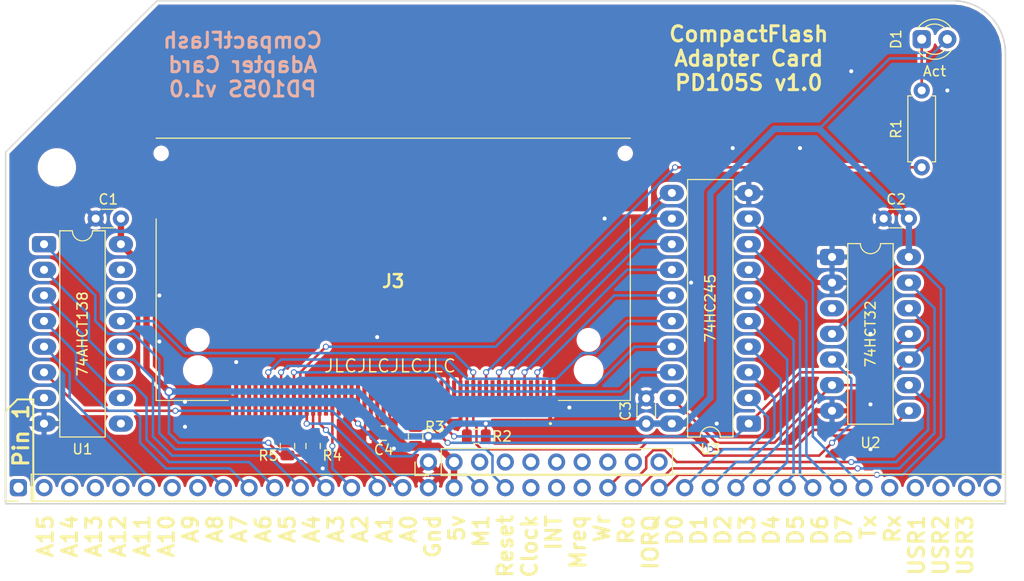
<source format=kicad_pcb>
(kicad_pcb (version 20171130) (host pcbnew "(5.1.6)-1")
  (layers (0 F.Cu signal) (31 B.Cu signal) (36 B.SilkS user) (37 F.SilkS user) (38 B.Mask user) (39 F.Mask user) (44 Edge.Cuts user))
  (net 0 "")
  (net 1 GND)
  (net 2 "Net-(J1-Pad39)")
  (net 3 "Net-(J1-Pad38)")
  (net 4 "Net-(J1-Pad37)")
  (net 5 "Net-(J1-Pad36)")
  (net 6 "Net-(J1-Pad35)")
  (net 7 D7)
  (net 8 D6)
  (net 9 D5)
  (net 10 D4)
  (net 11 D3)
  (net 12 D2)
  (net 13 D1)
  (net 14 D0)
  (net 15 ~IOREQ)
  (net 16 ~RD)
  (net 17 ~WR)
  (net 18 ~RESET)
  (net 19 +5V)
  (net 20 A0)
  (net 21 A1)
  (net 22 A2)
  (net 23 A3)
  (net 24 A4)
  (net 25 A5)
  (net 26 A6)
  (net 27 A7)
  (net 28 "Net-(J1-Pad22)")
  (net 29 "Net-(J1-Pad21)")
  (net 30 "Net-(J2-Pad10)")
  (net 31 "Net-(J2-Pad9)")
  (net 32 "Net-(J2-Pad8)")
  (net 33 "Net-(J2-Pad7)")
  (net 34 "Net-(J2-Pad6)")
  (net 35 "Net-(J2-Pad5)")
  (net 36 "Net-(J2-Pad3)")
  (net 37 "Net-(J1-Pad23)")
  (net 38 "Net-(J1-Pad8)")
  (net 39 "Net-(J1-Pad7)")
  (net 40 "Net-(J1-Pad6)")
  (net 41 "Net-(J1-Pad5)")
  (net 42 "Net-(J1-Pad4)")
  (net 43 "Net-(J1-Pad3)")
  (net 44 "Net-(J1-Pad2)")
  (net 45 "Net-(J1-Pad1)")
  (net 46 "Net-(J2-Pad4)")
  (net 47 ~M1)
  (net 48 "Net-(U1-Pad15)")
  (net 49 "Net-(U1-Pad7)")
  (net 50 "Net-(U1-Pad14)")
  (net 51 "Net-(U1-Pad12)")
  (net 52 "Net-(U1-Pad10)")
  (net 53 "Net-(U1-Pad9)")
  (net 54 ~IOWR)
  (net 55 ~IORD)
  (net 56 /~ACT')
  (net 57 "Net-(J3-PadPAD)")
  (net 58 "Net-(J3-Pad49)")
  (net 59 "Net-(J3-Pad48)")
  (net 60 "Net-(J3-Pad47)")
  (net 61 /~PDIAG)
  (net 62 /~ACT)
  (net 63 /~DMACK)
  (net 64 "Net-(J3-Pad43)")
  (net 65 "Net-(J3-Pad42)")
  (net 66 "Net-(J3-Pad40)")
  (net 67 "Net-(J3-Pad37)")
  (net 68 /~WE)
  (net 69 "Net-(J3-Pad33)")
  (net 70 /~CS1)
  (net 71 "Net-(J3-Pad31)")
  (net 72 "Net-(J3-Pad30)")
  (net 73 "Net-(J3-Pad29)")
  (net 74 "Net-(J3-Pad28)")
  (net 75 "Net-(J3-Pad27)")
  (net 76 "Net-(J3-Pad26)")
  (net 77 "Net-(J3-Pad25)")
  (net 78 "Net-(J3-Pad24)")
  (net 79 D2')
  (net 80 D1')
  (net 81 D0')
  (net 82 ~CFCS)
  (net 83 D7')
  (net 84 D6')
  (net 85 D5')
  (net 86 D4')
  (net 87 D3')
  (net 88 ~IOCS)
  (net 89 "Net-(U1-Pad11)")
  (net 90 "Net-(U2-Pad3)")
  (module Resistor_SMD:R_0805_2012Metric (layer F.Cu) (at 180.34 145.7325 90)
    (fp_text reference R5 (at -0.9525 -1.905 180) (layer F.SilkS))
    (fp_text value 1k)
    (pad 2 smd roundrect (at 0.9375 0 90) (size 0.975 1.4) (layers F.Cu F.Paste F.Mask) (net 61 /~PDIAG))
    (pad 1 smd roundrect (at -0.9375 0 90) (size 0.975 1.4) (layers F.Cu F.Paste F.Mask) (net 19 +5V))
  )
  (module Resistor_SMD:R_0805_2012Metric (layer F.Cu) (at 182.88 145.7325 90)
    (fp_text reference R4 (at -0.9525 1.905 180) (layer F.SilkS))
    (fp_text value 1k)
    (pad 2 smd roundrect (at 0.9375 0 90) (size 0.975 1.4) (layers F.Cu F.Paste F.Mask) (net 63 /~DMACK))
    (pad 1 smd roundrect (at -0.9375 0 90) (size 0.975 1.4) (layers F.Cu F.Paste F.Mask) (net 19 +5V))
  )
  (module Resistor_SMD:R_0805_2012Metric (layer F.Cu) (at 193.04 144.78 90)
    (fp_text reference R3 (at 0.9525 1.905 180) (layer F.SilkS))
    (fp_text value 1k)
    (pad 2 smd roundrect (at 0.9375 0 90) (size 0.975 1.4) (layers F.Cu F.Paste F.Mask) (net 68 /~WE))
    (pad 1 smd roundrect (at -0.9375 0 90) (size 0.975 1.4) (layers F.Cu F.Paste F.Mask) (net 19 +5V))
  )
  (module Resistor_SMD:R_0805_2012Metric (layer F.Cu) (at 199.0575 144.78 180)
    (fp_text reference R2 (at -2.555 0 180) (layer F.SilkS))
    (fp_text value 1k)
    (pad 2 smd roundrect (at 0.9375 0 180) (size 0.975 1.4) (layers F.Cu F.Paste F.Mask) (net 70 /~CS1))
    (pad 1 smd roundrect (at -0.9375 0 180) (size 0.975 1.4) (layers F.Cu F.Paste F.Mask) (net 19 +5V))
  )
  (module Capacitor_SMD:C_0805_2012Metric (layer F.Cu) (at 189.88 144.4625 180)
    (fp_text reference C4 (at 0 -1.65) (layer F.SilkS))
    (fp_text value 10uF)
    (pad 1 smd roundrect (at -0.9375 0 180) (size 0.975 1.4) (layers F.Cu F.Paste F.Mask) (net 19 +5V))
    (pad 2 smd roundrect (at 0.9375 0 180) (size 0.975 1.4) (layers F.Cu F.Paste F.Mask) (net 1 GND))
  )
  (module rc-cfcard:CF_Card_Socket (layer F.Cu) (at 190.82 138.22 180)
    (fp_text reference J3 (at 0 8.825) (layer F.SilkS) (effects (font (size 1.27 1.27) (thickness 0.254))))
    (fp_text value "CF Socket" hide)
    (pad PAD smd rect (at 23.75 18 180) (size 3 4.5) (layers F.Cu F.Paste F.Mask) (net 57 "Net-(J3-PadPAD)"))
    (pad PAD smd rect (at -23.75 18 180) (size 3 4.5) (layers F.Cu F.Paste F.Mask) (net 57 "Net-(J3-PadPAD)"))
    (pad MH6 np_thru_hole circle (at 23 21.5 180) (size 0.93 0) (drill 0.93) (layers *.Cu *.Mask))
    (pad MH5 np_thru_hole circle (at -23 21.5 180) (size 0.93 0) (drill 0.93) (layers *.Cu *.Mask))
    (pad MH4 np_thru_hole circle (at 19.37 3 180) (size 1.78 0) (drill 1.78) (layers *.Cu *.Mask))
    (pad MH3 np_thru_hole circle (at -19.37 3 180) (size 1.78 0) (drill 1.78) (layers *.Cu *.Mask))
    (pad "" np_thru_hole circle (at 19.37 0 180) (size 2.35 2.35) (drill 2.35) (layers *.Cu *.Mask))
    (pad "" np_thru_hole circle (at -19.37 0 180) (size 2.35 2.35) (drill 2.35) (layers *.Cu *.Mask))
    (pad 50 smd rect (at 15.56 -2.75 180) (size 0.4 3.5) (layers F.Cu F.Paste F.Mask) (net 1 GND))
    (pad 49 smd rect (at 14.285 -2.75 180) (size 0.4 3.5) (layers F.Cu F.Paste F.Mask) (net 58 "Net-(J3-Pad49)"))
    (pad 48 smd rect (at 13.015 -2.75 180) (size 0.4 3.5) (layers F.Cu F.Paste F.Mask) (net 59 "Net-(J3-Pad48)"))
    (pad 47 smd rect (at 11.745 -2.75 180) (size 0.4 3.5) (layers F.Cu F.Paste F.Mask) (net 60 "Net-(J3-Pad47)"))
    (pad 46 smd rect (at 10.475 -2.75 180) (size 0.4 3.5) (layers F.Cu F.Paste F.Mask) (net 61 /~PDIAG))
    (pad 45 smd rect (at 9.205 -2.75 180) (size 0.4 3.5) (layers F.Cu F.Paste F.Mask) (net 62 /~ACT))
    (pad 44 smd rect (at 7.935 -2.75 180) (size 0.4 3.5) (layers F.Cu F.Paste F.Mask) (net 63 /~DMACK))
    (pad 43 smd rect (at 6.665 -2.75 180) (size 0.4 3.5) (layers F.Cu F.Paste F.Mask) (net 64 "Net-(J3-Pad43)"))
    (pad 42 smd rect (at 5.395 -2.75 180) (size 0.4 3.5) (layers F.Cu F.Paste F.Mask) (net 65 "Net-(J3-Pad42)"))
    (pad 41 smd rect (at 4.125 -2.75 180) (size 0.4 3.5) (layers F.Cu F.Paste F.Mask) (net 18 ~RESET))
    (pad 40 smd rect (at 2.855 -2.75 180) (size 0.4 3.5) (layers F.Cu F.Paste F.Mask) (net 66 "Net-(J3-Pad40)"))
    (pad 39 smd rect (at 1.585 -2.75 180) (size 0.4 3.5) (layers F.Cu F.Paste F.Mask) (net 1 GND))
    (pad 38 smd rect (at 0.315 -2.75 180) (size 0.4 3.5) (layers F.Cu F.Paste F.Mask) (net 19 +5V))
    (pad 37 smd rect (at -0.955 -2.75 180) (size 0.4 3.5) (layers F.Cu F.Paste F.Mask) (net 67 "Net-(J3-Pad37)"))
    (pad 36 smd rect (at -2.225 -2.75 180) (size 0.4 3.5) (layers F.Cu F.Paste F.Mask) (net 68 /~WE))
    (pad 35 smd rect (at -3.495 -2.75 180) (size 0.4 3.5) (layers F.Cu F.Paste F.Mask) (net 54 ~IOWR))
    (pad 34 smd rect (at -4.765 -2.75 180) (size 0.4 3.5) (layers F.Cu F.Paste F.Mask) (net 55 ~IORD))
    (pad 33 smd rect (at -6.035 -2.75 180) (size 0.4 3.5) (layers F.Cu F.Paste F.Mask) (net 69 "Net-(J3-Pad33)"))
    (pad 32 smd rect (at -7.305 -2.75 180) (size 0.4 3.5) (layers F.Cu F.Paste F.Mask) (net 70 /~CS1))
    (pad 31 smd rect (at -8.575 -2.75 180) (size 0.4 3.5) (layers F.Cu F.Paste F.Mask) (net 71 "Net-(J3-Pad31)"))
    (pad 30 smd rect (at -9.845 -2.75 180) (size 0.4 3.5) (layers F.Cu F.Paste F.Mask) (net 72 "Net-(J3-Pad30)"))
    (pad 29 smd rect (at -11.115 -2.75 180) (size 0.4 3.5) (layers F.Cu F.Paste F.Mask) (net 73 "Net-(J3-Pad29)"))
    (pad 28 smd rect (at -12.385 -2.75 180) (size 0.4 3.5) (layers F.Cu F.Paste F.Mask) (net 74 "Net-(J3-Pad28)"))
    (pad 27 smd rect (at -13.655 -2.75 180) (size 0.4 3.5) (layers F.Cu F.Paste F.Mask) (net 75 "Net-(J3-Pad27)"))
    (pad 26 smd rect (at -14.925 -2.75 180) (size 0.4 3.5) (layers F.Cu F.Paste F.Mask) (net 76 "Net-(J3-Pad26)"))
    (pad 25 smd rect (at 14.92 -2.75 180) (size 0.4 3.5) (layers F.Cu F.Paste F.Mask) (net 77 "Net-(J3-Pad25)"))
    (pad 24 smd rect (at 13.65 -2.75 180) (size 0.4 3.5) (layers F.Cu F.Paste F.Mask) (net 78 "Net-(J3-Pad24)"))
    (pad 23 smd rect (at 12.38 -2.75 180) (size 0.4 3.5) (layers F.Cu F.Paste F.Mask) (net 79 D2'))
    (pad 22 smd rect (at 11.11 -2.75 180) (size 0.4 3.5) (layers F.Cu F.Paste F.Mask) (net 80 D1'))
    (pad 21 smd rect (at 9.84 -2.75 180) (size 0.4 3.5) (layers F.Cu F.Paste F.Mask) (net 81 D0'))
    (pad 20 smd rect (at 8.57 -2.75 180) (size 0.4 3.5) (layers F.Cu F.Paste F.Mask) (net 20 A0))
    (pad 19 smd rect (at 7.3 -2.75 180) (size 0.4 3.5) (layers F.Cu F.Paste F.Mask) (net 21 A1))
    (pad 18 smd rect (at 6.03 -2.75 180) (size 0.4 3.5) (layers F.Cu F.Paste F.Mask) (net 22 A2))
    (pad 17 smd rect (at 4.76 -2.75 180) (size 0.4 3.5) (layers F.Cu F.Paste F.Mask) (net 1 GND))
    (pad 16 smd rect (at 3.49 -2.75 180) (size 0.4 3.5) (layers F.Cu F.Paste F.Mask) (net 1 GND))
    (pad 15 smd rect (at 2.22 -2.75 180) (size 0.4 3.5) (layers F.Cu F.Paste F.Mask) (net 1 GND))
    (pad 14 smd rect (at 0.95 -2.75 180) (size 0.4 3.5) (layers F.Cu F.Paste F.Mask) (net 1 GND))
    (pad 13 smd rect (at -0.32 -2.75 180) (size 0.4 3.5) (layers F.Cu F.Paste F.Mask) (net 19 +5V))
    (pad 12 smd rect (at -1.59 -2.75 180) (size 0.4 3.5) (layers F.Cu F.Paste F.Mask) (net 1 GND))
    (pad 11 smd rect (at -2.86 -2.75 180) (size 0.4 3.5) (layers F.Cu F.Paste F.Mask) (net 1 GND))
    (pad 10 smd rect (at -4.13 -2.75 180) (size 0.4 3.5) (layers F.Cu F.Paste F.Mask) (net 1 GND))
    (pad 9 smd rect (at -5.4 -2.75 180) (size 0.4 3.5) (layers F.Cu F.Paste F.Mask) (net 1 GND))
    (pad 8 smd rect (at -6.67 -2.75 180) (size 0.4 3.5) (layers F.Cu F.Paste F.Mask) (net 1 GND))
    (pad 7 smd rect (at -7.94 -2.75 180) (size 0.4 3.5) (layers F.Cu F.Paste F.Mask) (net 82 ~CFCS))
    (pad 6 smd rect (at -9.21 -2.75 180) (size 0.4 3.5) (layers F.Cu F.Paste F.Mask) (net 83 D7'))
    (pad 5 smd rect (at -10.48 -2.75 180) (size 0.4 3.5) (layers F.Cu F.Paste F.Mask) (net 84 D6'))
    (pad 4 smd rect (at -11.75 -2.75 180) (size 0.4 3.5) (layers F.Cu F.Paste F.Mask) (net 85 D5'))
    (pad 3 smd rect (at -13.02 -2.75 180) (size 0.4 3.5) (layers F.Cu F.Paste F.Mask) (net 86 D4'))
    (pad 2 smd rect (at -14.29 -2.75 180) (size 0.4 3.5) (layers F.Cu F.Paste F.Mask) (net 87 D3'))
    (pad 1 smd rect (at -15.56 -2.75 180) (size 0.4 3.5) (layers F.Cu F.Paste F.Mask) (net 1 GND))
  )
  (module Capacitor_THT:C_Disc_D3.0mm_W1.6mm_P2.50mm (layer F.Cu) (at 215.9 143.51 90)
    (fp_text reference C3 (at 1.25 -2.05 90) (layer F.SilkS))
    (fp_text value 0.1uF)
    (pad 2 thru_hole circle (at 2.5 0 90) (size 1.6 1.6) (drill 0.8) (layers *.Cu *.Mask) (net 1 GND))
    (pad 1 thru_hole circle (at 0 0 90) (size 1.6 1.6) (drill 0.8) (layers *.Cu *.Mask) (net 19 +5V))
  )
  (module Capacitor_THT:C_Disc_D3.0mm_W1.6mm_P2.50mm (layer F.Cu) (at 241.935 123.19 180)
    (fp_text reference C2 (at 1.27 1.905) (layer F.SilkS))
    (fp_text value 0.1uF)
    (pad 2 thru_hole circle (at 2.5 0 180) (size 1.6 1.6) (drill 0.8) (layers *.Cu *.Mask) (net 1 GND))
    (pad 1 thru_hole circle (at 0 0 180) (size 1.6 1.6) (drill 0.8) (layers *.Cu *.Mask) (net 19 +5V))
  )
  (module Capacitor_THT:C_Disc_D3.0mm_W1.6mm_P2.50mm (layer F.Cu) (at 163.83 123.19 180)
    (fp_text reference C1 (at 1.25 1.905) (layer F.SilkS))
    (fp_text value 0.1uF)
    (pad 2 thru_hole circle (at 2.5 0 180) (size 1.6 1.6) (drill 0.8) (layers *.Cu *.Mask) (net 1 GND))
    (pad 1 thru_hole circle (at 0 0 180) (size 1.6 1.6) (drill 0.8) (layers *.Cu *.Mask) (net 19 +5V))
  )
  (module Package_DIP:DIP-14_W7.62mm_LongPads (layer F.Cu) (at 234.315 127)
    (fp_text reference U2 (at 3.81 18.415) (layer F.SilkS))
    (fp_text value 74HCT32 (at 3.81 7.62 90) (layer F.SilkS))
    (pad 14 thru_hole oval (at 7.62 0) (size 2.4 1.6) (drill 0.8) (layers *.Cu *.Mask) (net 19 +5V))
    (pad 7 thru_hole oval (at 0 15.24) (size 2.4 1.6) (drill 0.8) (layers *.Cu *.Mask) (net 1 GND))
    (pad 13 thru_hole oval (at 7.62 2.54) (size 2.4 1.6) (drill 0.8) (layers *.Cu *.Mask) (net 16 ~RD))
    (pad 6 thru_hole oval (at 0 12.7) (size 2.4 1.6) (drill 0.8) (layers *.Cu *.Mask) (net 88 ~IOCS))
    (pad 12 thru_hole oval (at 7.62 5.08) (size 2.4 1.6) (drill 0.8) (layers *.Cu *.Mask) (net 88 ~IOCS))
    (pad 5 thru_hole oval (at 0 10.16) (size 2.4 1.6) (drill 0.8) (layers *.Cu *.Mask) (net 82 ~CFCS))
    (pad 11 thru_hole oval (at 7.62 7.62) (size 2.4 1.6) (drill 0.8) (layers *.Cu *.Mask) (net 55 ~IORD))
    (pad 4 thru_hole oval (at 0 7.62) (size 2.4 1.6) (drill 0.8) (layers *.Cu *.Mask) (net 15 ~IOREQ))
    (pad 10 thru_hole oval (at 7.62 10.16) (size 2.4 1.6) (drill 0.8) (layers *.Cu *.Mask) (net 88 ~IOCS))
    (pad 3 thru_hole oval (at 0 5.08) (size 2.4 1.6) (drill 0.8) (layers *.Cu *.Mask) (net 90 "Net-(U2-Pad3)"))
    (pad 9 thru_hole oval (at 7.62 12.7) (size 2.4 1.6) (drill 0.8) (layers *.Cu *.Mask) (net 17 ~WR))
    (pad 2 thru_hole oval (at 0 2.54) (size 2.4 1.6) (drill 0.8) (layers *.Cu *.Mask) (net 1 GND))
    (pad 8 thru_hole oval (at 7.62 15.24) (size 2.4 1.6) (drill 0.8) (layers *.Cu *.Mask) (net 54 ~IOWR))
    (pad 1 thru_hole roundrect (at 0 0) (size 2.4 1.6) (drill 0.8) (layers *.Cu *.Mask) (net 1 GND))
  )
  (module Resistor_THT:R_Axial_DIN0207_L6.3mm_D2.5mm_P7.62mm_Horizontal (layer F.Cu) (at 243.205 110.49 270)
    (fp_text reference R1 (at 3.81 2.54 90) (layer F.SilkS))
    (fp_text value 470R)
    (pad 2 thru_hole oval (at 7.62 0 270) (size 1.6 1.6) (drill 0.8) (layers *.Cu *.Mask) (net 62 /~ACT))
    (pad 1 thru_hole circle (at 0 0 270) (size 1.6 1.6) (drill 0.8) (layers *.Cu *.Mask) (net 56 /~ACT'))
  )
  (module LED_THT:LED_D3.0mm (layer F.Cu) (at 243.205 105.41)
    (fp_text reference D1 (at -2.54 0 90) (layer F.SilkS))
    (fp_text value LED)
    (pad 2 thru_hole circle (at 2.54 0) (size 1.8 1.8) (drill 0.9) (layers *.Cu *.Mask) (net 19 +5V))
    (pad 1 thru_hole roundrect (at 0 0) (size 1.8 1.8) (drill 0.9) (layers *.Cu *.Mask) (net 56 /~ACT'))
  )
  (module Package_DIP:DIP-20_W7.62mm_LongPads (layer F.Cu) (at 226.06 143.51 180)
    (fp_text reference U3 (at 3.81 -2.54) (layer F.SilkS))
    (fp_text value 74HC245 (at 3.81 11.43 90) (layer F.SilkS))
    (pad 20 thru_hole oval (at 7.62 0 180) (size 2.4 1.6) (drill 0.8) (layers *.Cu *.Mask) (net 19 +5V))
    (pad 10 thru_hole oval (at 0 22.86 180) (size 2.4 1.6) (drill 0.8) (layers *.Cu *.Mask) (net 1 GND))
    (pad 19 thru_hole oval (at 7.62 2.54 180) (size 2.4 1.6) (drill 0.8) (layers *.Cu *.Mask) (net 88 ~IOCS))
    (pad 9 thru_hole oval (at 0 20.32 180) (size 2.4 1.6) (drill 0.8) (layers *.Cu *.Mask) (net 7 D7))
    (pad 18 thru_hole oval (at 7.62 5.08 180) (size 2.4 1.6) (drill 0.8) (layers *.Cu *.Mask) (net 81 D0'))
    (pad 8 thru_hole oval (at 0 17.78 180) (size 2.4 1.6) (drill 0.8) (layers *.Cu *.Mask) (net 8 D6))
    (pad 17 thru_hole oval (at 7.62 7.62 180) (size 2.4 1.6) (drill 0.8) (layers *.Cu *.Mask) (net 80 D1'))
    (pad 7 thru_hole oval (at 0 15.24 180) (size 2.4 1.6) (drill 0.8) (layers *.Cu *.Mask) (net 9 D5))
    (pad 16 thru_hole oval (at 7.62 10.16 180) (size 2.4 1.6) (drill 0.8) (layers *.Cu *.Mask) (net 79 D2'))
    (pad 6 thru_hole oval (at 0 12.7 180) (size 2.4 1.6) (drill 0.8) (layers *.Cu *.Mask) (net 10 D4))
    (pad 15 thru_hole oval (at 7.62 12.7 180) (size 2.4 1.6) (drill 0.8) (layers *.Cu *.Mask) (net 87 D3'))
    (pad 5 thru_hole oval (at 0 10.16 180) (size 2.4 1.6) (drill 0.8) (layers *.Cu *.Mask) (net 11 D3))
    (pad 14 thru_hole oval (at 7.62 15.24 180) (size 2.4 1.6) (drill 0.8) (layers *.Cu *.Mask) (net 86 D4'))
    (pad 4 thru_hole oval (at 0 7.62 180) (size 2.4 1.6) (drill 0.8) (layers *.Cu *.Mask) (net 12 D2))
    (pad 13 thru_hole oval (at 7.62 17.78 180) (size 2.4 1.6) (drill 0.8) (layers *.Cu *.Mask) (net 85 D5'))
    (pad 3 thru_hole oval (at 0 5.08 180) (size 2.4 1.6) (drill 0.8) (layers *.Cu *.Mask) (net 13 D1))
    (pad 12 thru_hole oval (at 7.62 20.32 180) (size 2.4 1.6) (drill 0.8) (layers *.Cu *.Mask) (net 84 D6'))
    (pad 2 thru_hole oval (at 0 2.54 180) (size 2.4 1.6) (drill 0.8) (layers *.Cu *.Mask) (net 14 D0))
    (pad 11 thru_hole oval (at 7.62 22.86 180) (size 2.4 1.6) (drill 0.8) (layers *.Cu *.Mask) (net 83 D7'))
    (pad 1 thru_hole roundrect (at 0 0 180) (size 2.4 1.6) (drill 0.8) (layers *.Cu *.Mask) (net 55 ~IORD))
  )
  (module Package_DIP:DIP-16_W7.62mm_LongPads (layer F.Cu) (at 156.21 125.73)
    (fp_text reference U1 (at 3.81 20.32) (layer F.SilkS))
    (fp_text value 74AHCT138 (at 3.81 8.89 90) (layer F.SilkS))
    (pad 16 thru_hole oval (at 7.62 0) (size 2.4 1.6) (drill 0.8) (layers *.Cu *.Mask) (net 19 +5V))
    (pad 8 thru_hole oval (at 0 17.78) (size 2.4 1.6) (drill 0.8) (layers *.Cu *.Mask) (net 1 GND))
    (pad 15 thru_hole oval (at 7.62 2.54) (size 2.4 1.6) (drill 0.8) (layers *.Cu *.Mask) (net 48 "Net-(U1-Pad15)"))
    (pad 7 thru_hole oval (at 0 15.24) (size 2.4 1.6) (drill 0.8) (layers *.Cu *.Mask) (net 49 "Net-(U1-Pad7)"))
    (pad 14 thru_hole oval (at 7.62 5.08) (size 2.4 1.6) (drill 0.8) (layers *.Cu *.Mask) (net 50 "Net-(U1-Pad14)"))
    (pad 6 thru_hole oval (at 0 12.7) (size 2.4 1.6) (drill 0.8) (layers *.Cu *.Mask) (net 47 ~M1))
    (pad 13 thru_hole oval (at 7.62 7.62) (size 2.4 1.6) (drill 0.8) (layers *.Cu *.Mask) (net 82 ~CFCS))
    (pad 5 thru_hole oval (at 0 10.16) (size 2.4 1.6) (drill 0.8) (layers *.Cu *.Mask) (net 27 A7))
    (pad 12 thru_hole oval (at 7.62 10.16) (size 2.4 1.6) (drill 0.8) (layers *.Cu *.Mask) (net 51 "Net-(U1-Pad12)"))
    (pad 4 thru_hole oval (at 0 7.62) (size 2.4 1.6) (drill 0.8) (layers *.Cu *.Mask) (net 26 A6))
    (pad 11 thru_hole oval (at 7.62 12.7) (size 2.4 1.6) (drill 0.8) (layers *.Cu *.Mask) (net 89 "Net-(U1-Pad11)"))
    (pad 3 thru_hole oval (at 0 5.08) (size 2.4 1.6) (drill 0.8) (layers *.Cu *.Mask) (net 25 A5))
    (pad 10 thru_hole oval (at 7.62 15.24) (size 2.4 1.6) (drill 0.8) (layers *.Cu *.Mask) (net 52 "Net-(U1-Pad10)"))
    (pad 2 thru_hole oval (at 0 2.54) (size 2.4 1.6) (drill 0.8) (layers *.Cu *.Mask) (net 24 A4))
    (pad 9 thru_hole oval (at 7.62 17.78) (size 2.4 1.6) (drill 0.8) (layers *.Cu *.Mask) (net 53 "Net-(U1-Pad9)"))
    (pad 1 thru_hole roundrect (at 0 0) (size 2.4 1.6) (drill 0.8) (layers *.Cu *.Mask) (net 23 A3))
  )
  (module Connector_PinHeader_2.54mm:PinHeader_1x10_P2.54mm_Vertical (layer F.Cu) (at 194.31 147.32 90)
    (fp_text reference J2 hide)
    (fp_text value RC2014_Enh)
    (pad 10 thru_hole oval (at 0 22.86 90) (size 1.7 1.7) (drill 1) (layers *.Cu *.Mask) (net 30 "Net-(J2-Pad10)"))
    (pad 9 thru_hole oval (at 0 20.32 90) (size 1.7 1.7) (drill 1) (layers *.Cu *.Mask) (net 31 "Net-(J2-Pad9)"))
    (pad 8 thru_hole oval (at 0 17.78 90) (size 1.7 1.7) (drill 1) (layers *.Cu *.Mask) (net 32 "Net-(J2-Pad8)"))
    (pad 7 thru_hole oval (at 0 15.24 90) (size 1.7 1.7) (drill 1) (layers *.Cu *.Mask) (net 33 "Net-(J2-Pad7)"))
    (pad 6 thru_hole oval (at 0 12.7 90) (size 1.7 1.7) (drill 1) (layers *.Cu *.Mask) (net 34 "Net-(J2-Pad6)"))
    (pad 5 thru_hole oval (at 0 10.16 90) (size 1.7 1.7) (drill 1) (layers *.Cu *.Mask) (net 35 "Net-(J2-Pad5)"))
    (pad 4 thru_hole oval (at 0 7.62 90) (size 1.7 1.7) (drill 1) (layers *.Cu *.Mask) (net 46 "Net-(J2-Pad4)"))
    (pad 3 thru_hole oval (at 0 5.08 90) (size 1.7 1.7) (drill 1) (layers *.Cu *.Mask) (net 36 "Net-(J2-Pad3)"))
    (pad 2 thru_hole oval (at 0 2.54 90) (size 1.7 1.7) (drill 1) (layers *.Cu *.Mask) (net 19 +5V))
    (pad 1 thru_hole circle (at 0 0 90) (size 1.7 1.7) (drill 1) (layers *.Cu *.Mask) (net 1 GND))
  )
  (module Connector_PinHeader_2.54mm:PinHeader_1x39_P2.54mm_Vertical (layer F.Cu) (at 153.67 149.86 90)
    (fp_text reference J1 hide)
    (fp_text value RC2014)
    (pad 39 thru_hole oval (at 0 96.52 90) (size 1.7 1.7) (drill 1) (layers *.Cu *.Mask) (net 2 "Net-(J1-Pad39)"))
    (pad 38 thru_hole oval (at 0 93.98 90) (size 1.7 1.7) (drill 1) (layers *.Cu *.Mask) (net 3 "Net-(J1-Pad38)"))
    (pad 37 thru_hole oval (at 0 91.44 90) (size 1.7 1.7) (drill 1) (layers *.Cu *.Mask) (net 4 "Net-(J1-Pad37)"))
    (pad 36 thru_hole oval (at 0 88.9 90) (size 1.7 1.7) (drill 1) (layers *.Cu *.Mask) (net 5 "Net-(J1-Pad36)"))
    (pad 35 thru_hole oval (at 0 86.36 90) (size 1.7 1.7) (drill 1) (layers *.Cu *.Mask) (net 6 "Net-(J1-Pad35)"))
    (pad 34 thru_hole oval (at 0 83.82 90) (size 1.7 1.7) (drill 1) (layers *.Cu *.Mask) (net 7 D7))
    (pad 33 thru_hole oval (at 0 81.28 90) (size 1.7 1.7) (drill 1) (layers *.Cu *.Mask) (net 8 D6))
    (pad 32 thru_hole oval (at 0 78.74 90) (size 1.7 1.7) (drill 1) (layers *.Cu *.Mask) (net 9 D5))
    (pad 31 thru_hole oval (at 0 76.2 90) (size 1.7 1.7) (drill 1) (layers *.Cu *.Mask) (net 10 D4))
    (pad 30 thru_hole oval (at 0 73.66 90) (size 1.7 1.7) (drill 1) (layers *.Cu *.Mask) (net 11 D3))
    (pad 29 thru_hole oval (at 0 71.12 90) (size 1.7 1.7) (drill 1) (layers *.Cu *.Mask) (net 12 D2))
    (pad 28 thru_hole oval (at 0 68.58 90) (size 1.7 1.7) (drill 1) (layers *.Cu *.Mask) (net 13 D1))
    (pad 27 thru_hole oval (at 0 66.04 90) (size 1.7 1.7) (drill 1) (layers *.Cu *.Mask) (net 14 D0))
    (pad 26 thru_hole oval (at 0 63.5 90) (size 1.7 1.7) (drill 1) (layers *.Cu *.Mask) (net 15 ~IOREQ))
    (pad 25 thru_hole oval (at 0 60.96 90) (size 1.7 1.7) (drill 1) (layers *.Cu *.Mask) (net 16 ~RD))
    (pad 24 thru_hole oval (at 0 58.42 90) (size 1.7 1.7) (drill 1) (layers *.Cu *.Mask) (net 17 ~WR))
    (pad 23 thru_hole oval (at 0 55.88 90) (size 1.7 1.7) (drill 1) (layers *.Cu *.Mask) (net 37 "Net-(J1-Pad23)"))
    (pad 22 thru_hole oval (at 0 53.34 90) (size 1.7 1.7) (drill 1) (layers *.Cu *.Mask) (net 28 "Net-(J1-Pad22)"))
    (pad 21 thru_hole oval (at 0 50.8 90) (size 1.7 1.7) (drill 1) (layers *.Cu *.Mask) (net 29 "Net-(J1-Pad21)"))
    (pad 20 thru_hole oval (at 0 48.26 90) (size 1.7 1.7) (drill 1) (layers *.Cu *.Mask) (net 18 ~RESET))
    (pad 19 thru_hole oval (at 0 45.72 90) (size 1.7 1.7) (drill 1) (layers *.Cu *.Mask) (net 47 ~M1))
    (pad 18 thru_hole oval (at 0 43.18 90) (size 1.7 1.7) (drill 1) (layers *.Cu *.Mask) (net 19 +5V))
    (pad 17 thru_hole oval (at 0 40.64 90) (size 1.7 1.7) (drill 1) (layers *.Cu *.Mask) (net 1 GND))
    (pad 16 thru_hole oval (at 0 38.1 90) (size 1.7 1.7) (drill 1) (layers *.Cu *.Mask) (net 20 A0))
    (pad 15 thru_hole oval (at 0 35.56 90) (size 1.7 1.7) (drill 1) (layers *.Cu *.Mask) (net 21 A1))
    (pad 14 thru_hole oval (at 0 33.02 90) (size 1.7 1.7) (drill 1) (layers *.Cu *.Mask) (net 22 A2))
    (pad 13 thru_hole oval (at 0 30.48 90) (size 1.7 1.7) (drill 1) (layers *.Cu *.Mask) (net 23 A3))
    (pad 12 thru_hole oval (at 0 27.94 90) (size 1.7 1.7) (drill 1) (layers *.Cu *.Mask) (net 24 A4))
    (pad 11 thru_hole oval (at 0 25.4 90) (size 1.7 1.7) (drill 1) (layers *.Cu *.Mask) (net 25 A5))
    (pad 10 thru_hole oval (at 0 22.86 90) (size 1.7 1.7) (drill 1) (layers *.Cu *.Mask) (net 26 A6))
    (pad 9 thru_hole oval (at 0 20.32 90) (size 1.7 1.7) (drill 1) (layers *.Cu *.Mask) (net 27 A7))
    (pad 8 thru_hole oval (at 0 17.78 90) (size 1.7 1.7) (drill 1) (layers *.Cu *.Mask) (net 38 "Net-(J1-Pad8)"))
    (pad 7 thru_hole oval (at 0 15.24 90) (size 1.7 1.7) (drill 1) (layers *.Cu *.Mask) (net 39 "Net-(J1-Pad7)"))
    (pad 6 thru_hole oval (at 0 12.7 90) (size 1.7 1.7) (drill 1) (layers *.Cu *.Mask) (net 40 "Net-(J1-Pad6)"))
    (pad 5 thru_hole oval (at 0 10.16 90) (size 1.7 1.7) (drill 1) (layers *.Cu *.Mask) (net 41 "Net-(J1-Pad5)"))
    (pad 4 thru_hole oval (at 0 7.62 90) (size 1.7 1.7) (drill 1) (layers *.Cu *.Mask) (net 42 "Net-(J1-Pad4)"))
    (pad 3 thru_hole oval (at 0 5.08 90) (size 1.7 1.7) (drill 1) (layers *.Cu *.Mask) (net 43 "Net-(J1-Pad3)"))
    (pad 2 thru_hole oval (at 0 2.54 90) (size 1.7 1.7) (drill 1) (layers *.Cu *.Mask) (net 44 "Net-(J1-Pad2)"))
    (pad 1 thru_hole roundrect (at 0 0 90) (size 1.7 1.7) (drill 1) (layers *.Cu *.Mask) (net 45 "Net-(J1-Pad1)"))
  )
  (module Mounting_Holes:MountingHole_3.2mm_M3 (layer F.Cu) (at 157.48 118.11)
    (fp_text reference "" hide)
    (fp_text value "" hide)
    (pad "" np_thru_hole circle (at 0 0) (size 3.2 3.2) (drill 3.2) (layers *.Cu *.Mask F.SilkS))
  )
  (gr_text JLCJLCJLCJLC (at 190.5 137.795) (layer F.SilkS) (effects (font (size 1.27 1.27))))
  (gr_text Act (at 244.475 108.585) (layer F.SilkS) (effects (font (size 1 1))))
  (gr_text "CompactFlash\nAdapter Card\nPD105S v1.0" (at 175.895 107.95) (layer B.SilkS) (effects (font (size 1.5 1.5) (thickness 0.3)) (justify mirror)))
  (gr_text "CompactFlash\nAdapter Card\nPD105S v1.0" (at 226.06 107.315) (layer F.SilkS) (effects (font (size 1.5 1.5) (thickness 0.3))))
  (gr_line (start 167.4114 101.6) (end 152.4 116.6114) (angle 90) (layer Edge.Cuts) (width 0.15))
  (gr_line (start 246.3198 101.6) (end 167.4114 101.6) (angle 90) (layer Edge.Cuts) (width 0.15))
  (gr_text "A15\nA14\nA13\nA12\nA11\nA10\nA9\nA8\nA7\nA6\nA5\nA4\nA3\nA2\nA1\nA0\nGnd\n5v\nM1\nReset\nClock\nINT\nMreq\nWr\nRo\nIORQ\nD0\nD1\nD2\nD3\nD4\nD5\nD6\nD7\nTx\nRx\nUSR1\nUSR2\nUSR3" (at 201.93 152.4 90) (layer F.SilkS) (effects (font (size 1.49 1.5) (thickness 0.3)) (justify right)))
  (gr_line (start 155.1432 141.11478) (end 155.1432 151.22652) (angle 90) (layer F.SilkS) (width 0.2))
  (gr_line (start 153.57348 141.11478) (end 155.1432 141.11478) (angle 90) (layer F.SilkS) (width 0.2))
  (gr_line (start 152.39238 142.29588) (end 153.57348 141.11478) (angle 90) (layer F.SilkS) (width 0.2))
  (gr_line (start 152.39238 151.22652) (end 152.39238 142.29588) (angle 90) (layer F.SilkS) (width 0.2))
  (gr_text "Pin 1" (at 153.92908 144.69618 90) (layer F.SilkS) (effects (font (size 1.5 1.5) (thickness 0.3))))
  (gr_line (start 251.5014 106.78) (end 251.5014 151.4602) (angle 90) (layer Edge.Cuts) (width 0.15))
  (gr_arc (start 246.3198 106.78) (end 246.3198 101.6) (angle 90) (layer Edge.Cuts) (width 0.15))
  (gr_line (start 152.4 116.6114) (end 152.4 151.4602) (angle 90) (layer Edge.Cuts) (width 0.15))
  (gr_line (start 152.4 151.4602) (end 251.5014 151.4602) (angle 90) (layer Edge.Cuts) (width 0.15))
  (via (at 238.125 141.605) (size 0.6) (drill 0.4) (layers F.Cu B.Cu) (net 1))
  (segment (start 194.31 149.86) (end 193.04 148.59) (width 0.508) (layer F.Cu) (net 1))
  (segment (start 194.31 149.86) (end 195.58 148.59) (width 0.508) (layer F.Cu) (net 1))
  (via (at 238.125 134.62) (size 0.6) (drill 0.4) (layers F.Cu B.Cu) (net 1))
  (via (at 238.125 146.05) (size 0.6) (drill 0.4) (layers F.Cu B.Cu) (net 1))
  (via (at 170.18 141.351) (size 0.6) (drill 0.4) (layers F.Cu B.Cu) (net 1))
  (via (at 175.26 137.414) (size 0.6) (drill 0.4) (layers F.Cu B.Cu) (net 1))
  (via (at 170.18 143.8275) (size 0.6) (drill 0.4) (layers F.Cu B.Cu) (net 1))
  (via (at 167.64 135.382) (size 0.6) (drill 0.4) (layers F.Cu B.Cu) (net 1))
  (via (at 231.14 116.205) (size 0.6) (drill 0.4) (layers F.Cu B.Cu) (net 1))
  (via (at 245.745 110.49) (size 0.6) (drill 0.4) (layers F.Cu B.Cu) (net 1))
  (via (at 220.345 129.54) (size 0.6) (drill 0.4) (layers F.Cu B.Cu) (net 1))
  (via (at 222.885 143.51) (size 0.6) (drill 0.4) (layers F.Cu B.Cu) (net 1))
  (via (at 208.28 141.9225) (size 0.6) (drill 0.4) (layers F.Cu B.Cu) (net 1))
  (via (at 183.8325 147.955) (size 0.6) (drill 0.4) (layers F.Cu B.Cu) (net 1))
  (via (at 190.881 145.9865) (size 0.6) (drill 0.4) (layers F.Cu B.Cu) (net 1))
  (via (at 236.22 108.585) (size 0.6) (drill 0.4) (layers F.Cu B.Cu) (net 1))
  (via (at 167.64 130.81) (size 0.6) (drill 0.4) (layers F.Cu B.Cu) (net 1))
  (via (at 189.23 134.9375) (size 0.6) (drill 0.4) (layers F.Cu B.Cu) (net 1))
  (via (at 211.7725 123.19) (size 0.6) (drill 0.4) (layers F.Cu B.Cu) (net 1))
  (via (at 224.4725 116.205) (size 0.6) (drill 0.4) (layers F.Cu B.Cu) (net 1))
  (segment (start 237.49 149.86) (end 237.49 149.225) (width 0.254) (layer F.Cu) (net 7))
  (segment (start 237.49 149.225) (end 237.539462 149.225) (width 0.254) (layer F.Cu) (net 7))
  (segment (start 237.49 149.86) (end 232.41 144.78) (width 0.254) (layer B.Cu) (net 7))
  (segment (start 232.41 144.78) (end 232.41 129.54) (width 0.254) (layer B.Cu) (net 7))
  (segment (start 232.41 129.54) (end 226.06 123.19) (width 0.254) (layer B.Cu) (net 7))
  (segment (start 234.95 149.86) (end 231.775 146.685) (width 0.254) (layer B.Cu) (net 8))
  (segment (start 231.775 146.685) (end 231.775 131.445) (width 0.254) (layer B.Cu) (net 8))
  (segment (start 231.775 131.445) (end 226.06 125.73) (width 0.254) (layer B.Cu) (net 8))
  (segment (start 231.14 133.35) (end 226.06 128.27) (width 0.254) (layer B.Cu) (net 9))
  (segment (start 232.41 149.86) (end 231.14 148.59) (width 0.254) (layer B.Cu) (net 9))
  (segment (start 231.14 148.59) (end 231.14 133.35) (width 0.254) (layer B.Cu) (net 9))
  (segment (start 230.505 135.255) (end 226.06 130.81) (width 0.254) (layer B.Cu) (net 10))
  (segment (start 230.505 148.59) (end 230.505 135.255) (width 0.254) (layer B.Cu) (net 10))
  (segment (start 229.87 149.86) (end 229.87 149.225) (width 0.254) (layer B.Cu) (net 10))
  (segment (start 229.87 149.225) (end 230.505 148.59) (width 0.254) (layer B.Cu) (net 10))
  (segment (start 229.87 137.16) (end 226.06 133.35) (width 0.254) (layer B.Cu) (net 11))
  (segment (start 227.33 149.86) (end 229.87 147.32) (width 0.254) (layer B.Cu) (net 11))
  (segment (start 229.87 147.32) (end 229.87 137.16) (width 0.254) (layer B.Cu) (net 11))
  (segment (start 229.235 145.415) (end 229.235 139.065) (width 0.254) (layer B.Cu) (net 12))
  (segment (start 224.79 149.86) (end 229.235 145.415) (width 0.254) (layer B.Cu) (net 12))
  (segment (start 229.235 139.065) (end 226.06 135.89) (width 0.254) (layer B.Cu) (net 12))
  (segment (start 228.6 144.78) (end 228.6 140.97) (width 0.254) (layer B.Cu) (net 13))
  (segment (start 226.06 147.32) (end 228.6 144.78) (width 0.254) (layer B.Cu) (net 13))
  (segment (start 222.25 149.86) (end 224.79 147.32) (width 0.254) (layer B.Cu) (net 13))
  (segment (start 228.6 140.97) (end 226.06 138.43) (width 0.254) (layer B.Cu) (net 13))
  (segment (start 224.79 147.32) (end 226.06 147.32) (width 0.254) (layer B.Cu) (net 13))
  (segment (start 227.965 142.875) (end 226.06 140.97) (width 0.254) (layer B.Cu) (net 14))
  (segment (start 226.06 146.05) (end 227.965 144.145) (width 0.254) (layer B.Cu) (net 14))
  (segment (start 227.965 144.145) (end 227.965 142.875) (width 0.254) (layer B.Cu) (net 14))
  (segment (start 219.71 149.86) (end 223.52 146.05) (width 0.254) (layer B.Cu) (net 14))
  (segment (start 223.52 146.05) (end 226.06 146.05) (width 0.254) (layer B.Cu) (net 14))
  (segment (start 241.3 148.59) (end 245.11 144.78) (width 0.254) (layer B.Cu) (net 15))
  (segment (start 217.17 149.86) (end 217.805 149.86) (width 0.254) (layer F.Cu) (net 15))
  (segment (start 219.075 148.59) (end 238.76 148.59) (width 0.254) (layer F.Cu) (net 15))
  (segment (start 217.805 149.86) (end 219.075 148.59) (width 0.254) (layer F.Cu) (net 15))
  (segment (start 245.11 144.78) (end 245.11 130.175) (width 0.254) (layer B.Cu) (net 15))
  (segment (start 245.11 130.175) (end 243.205 128.27) (width 0.254) (layer B.Cu) (net 15))
  (segment (start 243.205 128.27) (end 240.665 128.27) (width 0.254) (layer B.Cu) (net 15))
  (segment (start 240.665 128.27) (end 234.315 134.62) (width 0.254) (layer B.Cu) (net 15))
  (segment (start 238.76 148.59) (end 241.3 148.59) (width 0.254) (layer B.Cu) (net 15))
  (via (at 238.76 148.59) (size 0.6) (drill 0.4) (layers F.Cu B.Cu) (net 15))
  (segment (start 217.805 148.59) (end 218.44 147.955) (width 0.254) (layer F.Cu) (net 16))
  (segment (start 214.63 149.86) (end 215.265 149.86) (width 0.254) (layer F.Cu) (net 16))
  (segment (start 215.265 149.86) (end 216.535 148.59) (width 0.254) (layer F.Cu) (net 16))
  (segment (start 216.535 148.59) (end 217.805 148.59) (width 0.254) (layer F.Cu) (net 16))
  (segment (start 218.44 147.955) (end 236.855 147.955) (width 0.254) (layer F.Cu) (net 16))
  (via (at 236.855 147.955) (size 0.6) (drill 0.4) (layers F.Cu B.Cu) (net 16))
  (segment (start 244.475 144.4625) (end 244.475 132.08) (width 0.254) (layer B.Cu) (net 16))
  (segment (start 236.855 147.955) (end 240.9825 147.955) (width 0.254) (layer B.Cu) (net 16))
  (segment (start 244.475 132.08) (end 241.935 129.54) (width 0.254) (layer B.Cu) (net 16))
  (segment (start 240.9825 147.955) (end 244.475 144.4625) (width 0.254) (layer B.Cu) (net 16))
  (via (at 236.22 147.32) (size 0.6) (drill 0.4) (layers F.Cu B.Cu) (net 17))
  (segment (start 217.734961 146.142999) (end 218.911962 147.32) (width 0.254) (layer F.Cu) (net 17))
  (segment (start 218.911962 147.32) (end 236.22 147.32) (width 0.254) (layer F.Cu) (net 17))
  (segment (start 215.9 147.955) (end 215.9 146.848038) (width 0.254) (layer F.Cu) (net 17))
  (segment (start 215.265 148.59) (end 215.9 147.955) (width 0.254) (layer F.Cu) (net 17))
  (segment (start 213.36 148.59) (end 215.265 148.59) (width 0.254) (layer F.Cu) (net 17))
  (segment (start 216.605039 146.142999) (end 217.734961 146.142999) (width 0.254) (layer F.Cu) (net 17))
  (segment (start 215.9 146.848038) (end 216.605039 146.142999) (width 0.254) (layer F.Cu) (net 17))
  (segment (start 212.09 149.86) (end 213.36 148.59) (width 0.254) (layer F.Cu) (net 17))
  (segment (start 243.84 141.605) (end 241.935 139.7) (width 0.254) (layer B.Cu) (net 17))
  (segment (start 243.84 144.145) (end 243.84 141.605) (width 0.254) (layer B.Cu) (net 17))
  (segment (start 236.22 147.32) (end 240.665 147.32) (width 0.254) (layer B.Cu) (net 17))
  (segment (start 240.665 147.32) (end 243.84 144.145) (width 0.254) (layer B.Cu) (net 17))
  (via (at 187.325 143.51) (size 0.6) (drill 0.4) (layers F.Cu B.Cu) (net 18))
  (segment (start 186.695 142.88) (end 186.695 140.97) (width 0.254) (layer F.Cu) (net 18))
  (segment (start 187.325 143.51) (end 186.695 142.88) (width 0.254) (layer F.Cu) (net 18))
  (segment (start 190.5635 146.7485) (end 187.325 143.51) (width 0.254) (layer B.Cu) (net 18))
  (segment (start 192.659 146.7485) (end 190.5635 146.7485) (width 0.254) (layer B.Cu) (net 18))
  (segment (start 200.66 148.59) (end 200.66 146.685) (width 0.254) (layer B.Cu) (net 18))
  (segment (start 201.93 149.86) (end 200.66 148.59) (width 0.254) (layer B.Cu) (net 18))
  (segment (start 200.025 146.05) (end 193.3575 146.05) (width 0.254) (layer B.Cu) (net 18))
  (segment (start 200.66 146.685) (end 200.025 146.05) (width 0.254) (layer B.Cu) (net 18))
  (segment (start 193.3575 146.05) (end 192.659 146.7485) (width 0.254) (layer B.Cu) (net 18))
  (segment (start 196.85 149.86) (end 196.85 147.32) (width 0.635) (layer F.Cu) (net 19))
  (segment (start 163.83 125.73) (end 163.83 123.19) (width 0.635) (layer F.Cu) (net 19))
  (segment (start 215.9 143.51) (end 218.44 143.51) (width 0.635) (layer B.Cu) (net 19))
  (segment (start 191.14 140.97) (end 191.135 143.51) (width 0.254) (layer F.Cu) (net 19))
  (segment (start 190.505 140.97) (end 190.5 143.51) (width 0.254) (layer F.Cu) (net 19))
  (segment (start 241.935 123.19) (end 241.935 127) (width 0.635) (layer B.Cu) (net 19))
  (segment (start 233.045 114.3) (end 241.935 123.19) (width 0.635) (layer B.Cu) (net 19))
  (segment (start 219.71 143.51) (end 222.25 140.97) (width 0.635) (layer B.Cu) (net 19))
  (segment (start 218.44 143.51) (end 219.71 143.51) (width 0.635) (layer B.Cu) (net 19))
  (segment (start 222.25 140.97) (end 222.25 120.65) (width 0.635) (layer B.Cu) (net 19))
  (segment (start 222.25 120.65) (end 228.6 114.3) (width 0.635) (layer B.Cu) (net 19))
  (segment (start 228.6 114.3) (end 233.045 114.3) (width 0.635) (layer B.Cu) (net 19))
  (segment (start 233.045 114.3) (end 240.03 107.315) (width 0.254) (layer B.Cu) (net 19))
  (segment (start 240.03 107.315) (end 243.84 107.315) (width 0.254) (layer B.Cu) (net 19))
  (segment (start 243.84 107.315) (end 245.745 105.41) (width 0.254) (layer B.Cu) (net 19))
  (segment (start 199.995 144.78) (end 199.995 143.51) (width 0.254) (layer F.Cu) (net 19))
  (via (at 199.995 143.51) (size 0.6) (drill 0.4) (layers F.Cu B.Cu) (net 19))
  (segment (start 191.77 144.78) (end 187.325 140.335) (width 0.635) (layer B.Cu) (net 19))
  (segment (start 195.58 144.78) (end 191.77 144.78) (width 0.635) (layer B.Cu) (net 19))
  (segment (start 215.9 143.51) (end 196.85 143.51) (width 0.635) (layer B.Cu) (net 19))
  (segment (start 196.85 143.51) (end 195.58 144.78) (width 0.635) (layer B.Cu) (net 19))
  (segment (start 193.04 145.7175) (end 192.0725 145.7175) (width 0.635) (layer F.Cu) (net 19))
  (segment (start 192.0725 145.7175) (end 190.8175 144.4625) (width 0.635) (layer F.Cu) (net 19))
  (segment (start 180.34 146.67) (end 182.88 146.67) (width 0.254) (layer F.Cu) (net 19))
  (segment (start 187.325 140.335) (end 171.1325 140.335) (width 0.635) (layer B.Cu) (net 19))
  (segment (start 169.545 140.335) (end 168.5925 140.335) (width 0.635) (layer B.Cu) (net 19))
  (segment (start 171.1325 140.335) (end 169.545 140.335) (width 0.635) (layer B.Cu) (net 19))
  (via (at 168.5925 140.335) (size 0.900001) (drill 0.6) (layers F.Cu B.Cu) (net 19))
  (segment (start 166.37 138.1125) (end 168.5925 140.335) (width 0.635) (layer F.Cu) (net 19))
  (segment (start 163.83 125.73) (end 166.37 128.27) (width 0.635) (layer F.Cu) (net 19))
  (segment (start 166.37 128.27) (end 166.37 138.1125) (width 0.635) (layer F.Cu) (net 19))
  (via (at 194.31 144.78) (size 0.900001) (drill 0.6) (layers F.Cu B.Cu) (net 19))
  (segment (start 194.31 145.7175) (end 193.04 145.7175) (width 0.635) (layer F.Cu) (net 19))
  (segment (start 194.31 144.78) (end 194.31 145.7175) (width 0.635) (layer F.Cu) (net 19))
  (segment (start 195.2475 145.7175) (end 196.85 147.32) (width 0.635) (layer F.Cu) (net 19))
  (segment (start 194.31 145.7175) (end 195.2475 145.7175) (width 0.635) (layer F.Cu) (net 19))
  (segment (start 168.5925 144.4625) (end 169.545 145.415) (width 0.254) (layer B.Cu) (net 19))
  (via (at 178.435 145.415) (size 0.6) (drill 0.4) (layers F.Cu B.Cu) (net 19))
  (segment (start 169.545 145.415) (end 178.435 145.415) (width 0.254) (layer B.Cu) (net 19))
  (segment (start 168.5925 140.335) (end 168.5925 144.4625) (width 0.254) (layer B.Cu) (net 19))
  (segment (start 179.69 146.67) (end 178.435 145.415) (width 0.254) (layer F.Cu) (net 19))
  (segment (start 180.34 146.67) (end 179.69 146.67) (width 0.254) (layer F.Cu) (net 19))
  (segment (start 190.8175 144.4625) (end 190.8175 143.383) (width 0.889) (layer F.Cu) (net 19))
  (segment (start 191.77 149.86) (end 191.135 149.86) (width 0.254) (layer B.Cu) (net 20))
  (segment (start 191.135 149.86) (end 184.79 143.515) (width 0.254) (layer B.Cu) (net 20))
  (via (at 182.245 143.515) (size 0.6) (drill 0.4) (layers F.Cu B.Cu) (net 20))
  (segment (start 182.25 140.97) (end 182.25 143.51) (width 0.254) (layer F.Cu) (net 20))
  (segment (start 182.25 143.51) (end 182.245 143.515) (width 0.254) (layer F.Cu) (net 20))
  (segment (start 184.79 143.515) (end 182.245 143.515) (width 0.254) (layer B.Cu) (net 20))
  (via (at 184.149992 144.15) (size 0.6) (drill 0.4) (layers F.Cu B.Cu) (net 21))
  (segment (start 183.52 140.97) (end 183.52 143.520008) (width 0.254) (layer F.Cu) (net 21))
  (segment (start 183.52 143.520008) (end 184.149992 144.15) (width 0.254) (layer F.Cu) (net 21))
  (segment (start 184.155 144.15) (end 184.149992 144.15) (width 0.254) (layer B.Cu) (net 21))
  (segment (start 189.23 149.86) (end 189.23 149.225) (width 0.254) (layer B.Cu) (net 21))
  (segment (start 189.23 149.225) (end 184.155 144.15) (width 0.254) (layer B.Cu) (net 21))
  (segment (start 184.79 140.97) (end 184.79 145.7375) (width 0.254) (layer F.Cu) (net 22))
  (segment (start 184.79 147.96) (end 184.79 145.7375) (width 0.254) (layer B.Cu) (net 22))
  (via (at 184.79 145.7375) (size 0.6) (drill 0.4) (layers F.Cu B.Cu) (net 22))
  (segment (start 186.69 149.86) (end 184.79 147.96) (width 0.254) (layer B.Cu) (net 22))
  (segment (start 161.29 130.81) (end 156.21 125.73) (width 0.254) (layer B.Cu) (net 23))
  (segment (start 162.56 134.62) (end 161.29 133.35) (width 0.254) (layer B.Cu) (net 23))
  (segment (start 165.1 134.62) (end 162.56 134.62) (width 0.254) (layer B.Cu) (net 23))
  (segment (start 180.34 146.05) (end 169.2275 146.05) (width 0.254) (layer B.Cu) (net 23))
  (segment (start 184.15 149.86) (end 180.34 146.05) (width 0.254) (layer B.Cu) (net 23))
  (segment (start 169.2275 146.05) (end 167.64 144.4625) (width 0.254) (layer B.Cu) (net 23))
  (segment (start 161.29 133.35) (end 161.29 130.81) (width 0.254) (layer B.Cu) (net 23))
  (segment (start 167.64 144.4625) (end 167.64 137.16) (width 0.254) (layer B.Cu) (net 23))
  (segment (start 167.64 137.16) (end 165.1 134.62) (width 0.254) (layer B.Cu) (net 23))
  (segment (start 160.655 132.715) (end 156.21 128.27) (width 0.254) (layer B.Cu) (net 24))
  (segment (start 160.655 135.255) (end 160.655 132.715) (width 0.254) (layer B.Cu) (net 24))
  (segment (start 162.56 137.16) (end 160.655 135.255) (width 0.254) (layer B.Cu) (net 24))
  (segment (start 165.1 137.16) (end 162.56 137.16) (width 0.254) (layer B.Cu) (net 24))
  (segment (start 178.435 146.685) (end 168.91 146.685) (width 0.254) (layer B.Cu) (net 24))
  (segment (start 181.61 149.86) (end 178.435 146.685) (width 0.254) (layer B.Cu) (net 24))
  (segment (start 167.005 144.78) (end 167.005 139.065) (width 0.254) (layer B.Cu) (net 24))
  (segment (start 168.91 146.685) (end 167.005 144.78) (width 0.254) (layer B.Cu) (net 24))
  (segment (start 167.005 139.065) (end 165.1 137.16) (width 0.254) (layer B.Cu) (net 24))
  (segment (start 160.02 134.62) (end 156.21 130.81) (width 0.254) (layer B.Cu) (net 25))
  (segment (start 162.56 139.7) (end 160.02 137.16) (width 0.254) (layer B.Cu) (net 25))
  (segment (start 165.1 139.7) (end 162.56 139.7) (width 0.254) (layer B.Cu) (net 25))
  (segment (start 176.53 147.32) (end 168.5925 147.32) (width 0.254) (layer B.Cu) (net 25))
  (segment (start 160.02 137.16) (end 160.02 134.62) (width 0.254) (layer B.Cu) (net 25))
  (segment (start 179.07 149.86) (end 176.53 147.32) (width 0.254) (layer B.Cu) (net 25))
  (segment (start 166.37 145.0975) (end 166.37 140.97) (width 0.254) (layer B.Cu) (net 25))
  (segment (start 168.5925 147.32) (end 166.37 145.0975) (width 0.254) (layer B.Cu) (net 25))
  (segment (start 166.37 140.97) (end 165.1 139.7) (width 0.254) (layer B.Cu) (net 25))
  (segment (start 159.385 136.525) (end 156.21 133.35) (width 0.254) (layer B.Cu) (net 26))
  (segment (start 159.385 139.065) (end 159.385 136.525) (width 0.254) (layer B.Cu) (net 26))
  (segment (start 162.56 142.24) (end 159.385 139.065) (width 0.254) (layer B.Cu) (net 26))
  (segment (start 174.625 147.955) (end 168.275 147.955) (width 0.254) (layer B.Cu) (net 26))
  (segment (start 176.53 149.86) (end 174.625 147.955) (width 0.254) (layer B.Cu) (net 26))
  (segment (start 165.735 145.415) (end 165.735 142.875) (width 0.254) (layer B.Cu) (net 26))
  (segment (start 165.1 142.24) (end 162.56 142.24) (width 0.254) (layer B.Cu) (net 26))
  (segment (start 168.275 147.955) (end 165.735 145.415) (width 0.254) (layer B.Cu) (net 26))
  (segment (start 165.735 142.875) (end 165.1 142.24) (width 0.254) (layer B.Cu) (net 26))
  (segment (start 158.75 138.43) (end 156.21 135.89) (width 0.254) (layer B.Cu) (net 27))
  (segment (start 158.75 140.97) (end 158.75 138.43) (width 0.254) (layer B.Cu) (net 27))
  (segment (start 173.99 149.86) (end 172.72 148.59) (width 0.254) (layer B.Cu) (net 27))
  (segment (start 166.37 148.59) (end 158.75 140.97) (width 0.254) (layer B.Cu) (net 27))
  (segment (start 172.72 148.59) (end 166.37 148.59) (width 0.254) (layer B.Cu) (net 27))
  (segment (start 191.135 148.59) (end 184.785 142.24) (width 0.254) (layer B.Cu) (net 47))
  (segment (start 198.12 148.59) (end 191.135 148.59) (width 0.254) (layer B.Cu) (net 47))
  (segment (start 160.02 142.24) (end 169.2275 142.24) (width 0.254) (layer F.Cu) (net 47))
  (segment (start 199.39 149.86) (end 198.12 148.59) (width 0.254) (layer B.Cu) (net 47))
  (via (at 169.2275 142.24) (size 0.6) (drill 0.4) (layers F.Cu B.Cu) (net 47))
  (segment (start 184.785 142.24) (end 169.2275 142.24) (width 0.254) (layer B.Cu) (net 47))
  (segment (start 156.21 138.43) (end 160.02 142.24) (width 0.254) (layer F.Cu) (net 47))
  (segment (start 240.03 144.145) (end 232.41 144.145) (width 0.254) (layer F.Cu) (net 54))
  (segment (start 241.935 142.24) (end 240.03 144.145) (width 0.254) (layer F.Cu) (net 54))
  (segment (start 232.41 144.145) (end 230.505 146.05) (width 0.254) (layer F.Cu) (net 54))
  (segment (start 230.505 146.05) (end 222.25 146.05) (width 0.254) (layer F.Cu) (net 54))
  (via (at 222.25 146.05) (size 0.6) (drill 0.4) (layers F.Cu B.Cu) (net 54))
  (via (at 196.215108 145.415) (size 0.6) (drill 0.4) (layers F.Cu B.Cu) (net 54))
  (segment (start 222.25 146.05) (end 221.615 145.415) (width 0.254) (layer B.Cu) (net 54))
  (segment (start 221.615 145.415) (end 196.215108 145.415) (width 0.254) (layer B.Cu) (net 54))
  (segment (start 194.315 143.514892) (end 196.215108 145.415) (width 0.254) (layer F.Cu) (net 54))
  (segment (start 194.315 140.97) (end 194.315 143.514892) (width 0.254) (layer F.Cu) (net 54))
  (segment (start 238.125 138.43) (end 241.935 134.62) (width 0.254) (layer F.Cu) (net 55))
  (segment (start 226.06 143.51) (end 231.14 138.43) (width 0.254) (layer F.Cu) (net 55))
  (segment (start 231.14 138.43) (end 238.125 138.43) (width 0.254) (layer F.Cu) (net 55))
  (segment (start 195.585 143.515) (end 196.85 144.78) (width 0.254) (layer F.Cu) (net 55))
  (via (at 196.85 144.78) (size 0.6) (drill 0.4) (layers F.Cu B.Cu) (net 55))
  (segment (start 224.79 144.78) (end 196.85 144.78) (width 0.254) (layer B.Cu) (net 55))
  (segment (start 195.585 140.97) (end 195.585 143.515) (width 0.254) (layer F.Cu) (net 55))
  (segment (start 226.06 143.51) (end 224.79 144.78) (width 0.254) (layer B.Cu) (net 55))
  (segment (start 243.205 105.41) (end 243.205 110.49) (width 0.254) (layer F.Cu) (net 56))
  (segment (start 180.34 140.975) (end 180.345 140.97) (width 0.254) (layer F.Cu) (net 61))
  (segment (start 180.34 144.795) (end 180.34 140.975) (width 0.254) (layer F.Cu) (net 61))
  (segment (start 181.615 138.425) (end 184.15 135.89) (width 0.254) (layer F.Cu) (net 62))
  (via (at 184.15 135.89) (size 0.6) (drill 0.4) (layers F.Cu B.Cu) (net 62))
  (segment (start 181.615 140.97) (end 181.615 138.425) (width 0.254) (layer F.Cu) (net 62))
  (via (at 218.7575 118.11) (size 0.6) (drill 0.4) (layers F.Cu B.Cu) (net 62))
  (segment (start 200.9775 135.89) (end 218.7575 118.11) (width 0.254) (layer B.Cu) (net 62))
  (segment (start 184.15 135.89) (end 200.9775 135.89) (width 0.254) (layer B.Cu) (net 62))
  (segment (start 243.205 118.11) (end 218.7575 118.11) (width 0.254) (layer F.Cu) (net 62))
  (segment (start 182.88 140.975) (end 182.885 140.97) (width 0.254) (layer F.Cu) (net 63))
  (segment (start 182.88 144.78) (end 182.88 140.975) (width 0.254) (layer F.Cu) (net 63))
  (segment (start 193.04 140.975) (end 193.045 140.97) (width 0.254) (layer F.Cu) (net 68))
  (segment (start 193.04 143.8425) (end 193.04 140.975) (width 0.254) (layer F.Cu) (net 68))
  (segment (start 198.125 144.775) (end 198.125 140.97) (width 0.254) (layer F.Cu) (net 70))
  (segment (start 198.12 144.78) (end 198.125 144.775) (width 0.254) (layer F.Cu) (net 70))
  (segment (start 178.44 140.97) (end 178.44 138.435) (width 0.254) (layer F.Cu) (net 79))
  (segment (start 179.705 137.16) (end 178.435 138.43) (width 0.254) (layer B.Cu) (net 79))
  (via (at 178.435 138.43) (size 0.6) (drill 0.4) (layers F.Cu B.Cu) (net 79))
  (segment (start 210.82 136.525) (end 209.55 136.525) (width 0.254) (layer B.Cu) (net 79))
  (segment (start 218.44 133.35) (end 213.995 133.35) (width 0.254) (layer B.Cu) (net 79))
  (segment (start 209.55 136.525) (end 207.01 139.065) (width 0.254) (layer B.Cu) (net 79))
  (segment (start 213.995 133.35) (end 210.82 136.525) (width 0.254) (layer B.Cu) (net 79))
  (segment (start 207.01 139.065) (end 198.12 139.065) (width 0.254) (layer B.Cu) (net 79))
  (segment (start 198.12 139.065) (end 196.215 137.16) (width 0.254) (layer B.Cu) (net 79))
  (segment (start 196.215 137.16) (end 179.705 137.16) (width 0.254) (layer B.Cu) (net 79))
  (via (at 179.705 138.43) (size 0.6) (drill 0.4) (layers F.Cu B.Cu) (net 80))
  (segment (start 179.71 140.97) (end 179.71 138.435) (width 0.254) (layer F.Cu) (net 80))
  (segment (start 214.742962 135.89) (end 210.910961 139.722001) (width 0.254) (layer B.Cu) (net 80))
  (segment (start 180.34 137.795) (end 179.705 138.43) (width 0.254) (layer B.Cu) (net 80))
  (segment (start 218.44 135.89) (end 214.742962 135.89) (width 0.254) (layer B.Cu) (net 80))
  (segment (start 210.910961 139.722001) (end 197.507001 139.722001) (width 0.254) (layer B.Cu) (net 80))
  (segment (start 197.507001 139.722001) (end 195.58 137.795) (width 0.254) (layer B.Cu) (net 80))
  (segment (start 195.58 137.795) (end 180.34 137.795) (width 0.254) (layer B.Cu) (net 80))
  (segment (start 194.945 138.43) (end 180.975 138.43) (width 0.254) (layer B.Cu) (net 81))
  (segment (start 215.265 138.43) (end 213.36 140.335) (width 0.254) (layer B.Cu) (net 81))
  (segment (start 218.44 138.43) (end 215.265 138.43) (width 0.254) (layer B.Cu) (net 81))
  (via (at 180.975 138.43) (size 0.6) (drill 0.4) (layers F.Cu B.Cu) (net 81))
  (segment (start 213.36 140.335) (end 196.85 140.335) (width 0.254) (layer B.Cu) (net 81))
  (segment (start 180.98 140.97) (end 180.98 138.435) (width 0.254) (layer F.Cu) (net 81))
  (segment (start 180.98 138.435) (end 180.975 138.43) (width 0.254) (layer F.Cu) (net 81))
  (segment (start 196.85 140.335) (end 194.945 138.43) (width 0.254) (layer B.Cu) (net 81))
  (segment (start 236.22 143.51) (end 234.315 145.415) (width 0.254) (layer B.Cu) (net 82))
  (segment (start 236.22 139.065) (end 236.22 143.51) (width 0.254) (layer B.Cu) (net 82))
  (via (at 234.315 145.415) (size 0.6) (drill 0.4) (layers F.Cu B.Cu) (net 82))
  (segment (start 234.315 137.16) (end 236.22 139.065) (width 0.254) (layer B.Cu) (net 82))
  (via (at 198.755 138.430008) (size 0.6) (drill 0.4) (layers F.Cu B.Cu) (net 82))
  (segment (start 198.76 140.97) (end 198.76 138.435008) (width 0.254) (layer F.Cu) (net 82))
  (segment (start 167.005 133.35) (end 170.18 136.525) (width 0.254) (layer B.Cu) (net 82))
  (segment (start 196.85 136.525) (end 198.755 138.43) (width 0.254) (layer B.Cu) (net 82))
  (segment (start 170.18 136.525) (end 196.85 136.525) (width 0.254) (layer B.Cu) (net 82))
  (segment (start 167.005 133.35) (end 163.83 133.35) (width 0.254) (layer B.Cu) (net 82))
  (segment (start 233.045 146.685) (end 234.315 145.415) (width 0.254) (layer F.Cu) (net 82))
  (segment (start 221.615 146.685) (end 233.045 146.685) (width 0.254) (layer F.Cu) (net 82))
  (segment (start 220.345 145.415) (end 221.615 146.685) (width 0.254) (layer F.Cu) (net 82))
  (segment (start 198.76 143.515) (end 199.0725 143.8275) (width 0.254) (layer F.Cu) (net 82))
  (segment (start 199.0725 143.8275) (end 199.0725 145.57375) (width 0.254) (layer F.Cu) (net 82))
  (segment (start 215.265 146.05) (end 215.9 145.415) (width 0.254) (layer F.Cu) (net 82))
  (segment (start 198.76 140.97) (end 198.76 143.515) (width 0.254) (layer F.Cu) (net 82))
  (segment (start 215.9 145.415) (end 220.345 145.415) (width 0.254) (layer F.Cu) (net 82))
  (segment (start 199.0725 145.57375) (end 199.54875 146.05) (width 0.254) (layer F.Cu) (net 82))
  (segment (start 199.54875 146.05) (end 215.265 146.05) (width 0.254) (layer F.Cu) (net 82))
  (segment (start 200.03 140.97) (end 200.03 138.435) (width 0.254) (layer F.Cu) (net 83))
  (segment (start 200.03 138.435) (end 200.025 138.43) (width 0.254) (layer F.Cu) (net 83))
  (via (at 200.025 138.43) (size 0.6) (drill 0.4) (layers F.Cu B.Cu) (net 83))
  (segment (start 217.805 120.65) (end 200.025 138.43) (width 0.254) (layer B.Cu) (net 83))
  (segment (start 218.44 120.65) (end 217.805 120.65) (width 0.254) (layer B.Cu) (net 83))
  (segment (start 201.3 138.435) (end 201.295 138.43) (width 0.254) (layer F.Cu) (net 84))
  (segment (start 201.3 140.97) (end 201.3 138.435) (width 0.254) (layer F.Cu) (net 84))
  (segment (start 216.535 123.19) (end 201.295 138.43) (width 0.254) (layer B.Cu) (net 84))
  (via (at 201.295 138.43) (size 0.6) (drill 0.4) (layers F.Cu B.Cu) (net 84))
  (segment (start 218.44 123.19) (end 216.535 123.19) (width 0.254) (layer B.Cu) (net 84))
  (segment (start 215.265 125.73) (end 202.565 138.43) (width 0.254) (layer B.Cu) (net 85))
  (segment (start 202.57 140.97) (end 202.57 138.435) (width 0.254) (layer F.Cu) (net 85))
  (segment (start 202.57 138.435) (end 202.565 138.43) (width 0.254) (layer F.Cu) (net 85))
  (segment (start 218.44 125.73) (end 215.265 125.73) (width 0.254) (layer B.Cu) (net 85))
  (via (at 202.565 138.43) (size 0.6) (drill 0.4) (layers F.Cu B.Cu) (net 85))
  (segment (start 218.44 128.27) (end 213.995 128.27) (width 0.254) (layer B.Cu) (net 86))
  (via (at 203.835 138.43) (size 0.6) (drill 0.4) (layers F.Cu B.Cu) (net 86))
  (segment (start 203.84 138.435) (end 203.835 138.43) (width 0.254) (layer F.Cu) (net 86))
  (segment (start 203.84 140.97) (end 203.84 138.435) (width 0.254) (layer F.Cu) (net 86))
  (segment (start 213.995 128.27) (end 203.835 138.43) (width 0.254) (layer B.Cu) (net 86))
  (via (at 205.105 138.430004) (size 0.6) (drill 0.4) (layers F.Cu B.Cu) (net 87))
  (segment (start 205.11 138.435004) (end 205.105 138.430004) (width 0.254) (layer F.Cu) (net 87))
  (segment (start 205.11 140.97) (end 205.11 138.435004) (width 0.254) (layer F.Cu) (net 87))
  (segment (start 218.44 130.81) (end 212.725004 130.81) (width 0.254) (layer B.Cu) (net 87))
  (segment (start 212.725004 130.81) (end 205.105 138.430004) (width 0.254) (layer B.Cu) (net 87))
  (segment (start 241.935 132.08) (end 243.84 133.985) (width 0.254) (layer B.Cu) (net 88))
  (segment (start 243.84 133.985) (end 243.84 135.255) (width 0.254) (layer B.Cu) (net 88))
  (segment (start 243.84 135.255) (end 241.935 137.16) (width 0.254) (layer B.Cu) (net 88))
  (segment (start 239.395 139.7) (end 241.935 137.16) (width 0.254) (layer F.Cu) (net 88))
  (segment (start 234.315 139.7) (end 239.395 139.7) (width 0.254) (layer F.Cu) (net 88))
  (segment (start 218.44 140.97) (end 222.885 145.415) (width 0.254) (layer F.Cu) (net 88))
  (segment (start 228.6 145.415) (end 234.315 139.7) (width 0.254) (layer F.Cu) (net 88))
  (segment (start 222.885 145.415) (end 228.6 145.415) (width 0.254) (layer F.Cu) (net 88))
  (zone (net 1) (net_name GND) (layer B.Cu) (connect_pads (clearance 0.3048)) (min_thickness 0.254) (fill yes (arc_segments 32) (thermal_gap 0.3048) (thermal_bridge_width 0.508))
    (polygon (pts (xy 251.5108 151.4602) (xy 152.4 151.4602) (xy 152.4 101.6) (xy 251.46 101.6)))
  )
  (zone (net 1) (net_name GND) (layer F.Cu) (connect_pads (clearance 0.3048)) (min_thickness 0.254) (fill yes (arc_segments 32) (thermal_gap 0.3048) (thermal_bridge_width 0.508))
    (polygon (pts (xy 251.5108 151.4602) (xy 152.4 151.4602) (xy 152.4 101.6) (xy 251.46 101.6)))
  )
)
</source>
